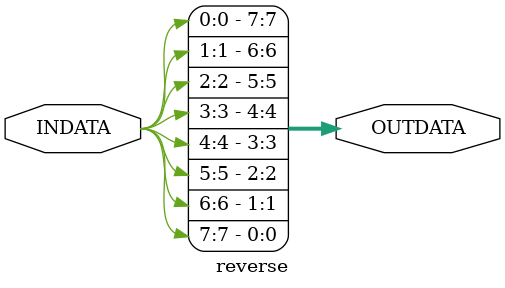
<source format=v>
/*
E/16/070
DE SILVA N.S.C.K.S.
LAB05 PART5 - program counter
*/

`timescale 1ns/100ps

// module reverse
// output the reversed input data
module reverse (OUTDATA, INDATA);
	input [7:0] INDATA ;
	output reg [7:0] OUTDATA ;

	always @ (INDATA)
	begin
		OUTDATA[7] = INDATA[0] ;
		OUTDATA[6] = INDATA[1] ;
		OUTDATA[5] = INDATA[2] ;
		OUTDATA[4] = INDATA[3] ;
		OUTDATA[3] = INDATA[4] ;
		OUTDATA[2] = INDATA[5] ;
		OUTDATA[1] = INDATA[6] ;
		OUTDATA[0] = INDATA[7] ;
	end

endmodule

</source>
